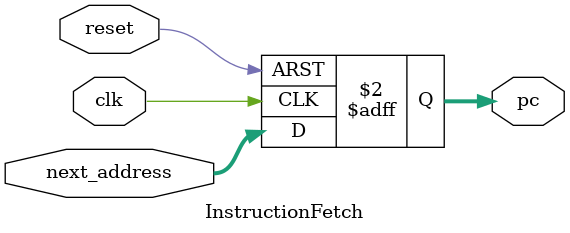
<source format=v>
module InstructionFetch (
    input clk,
    input reset,
    input [31:0] next_address,
    output reg [31:0] pc
);
    always @(posedge clk or posedge reset) begin
        if (reset)
            pc <= 0;  // Reset PC to 0
        else
            pc <= next_address;  // Update PC with next address
    end
endmodule
</source>
